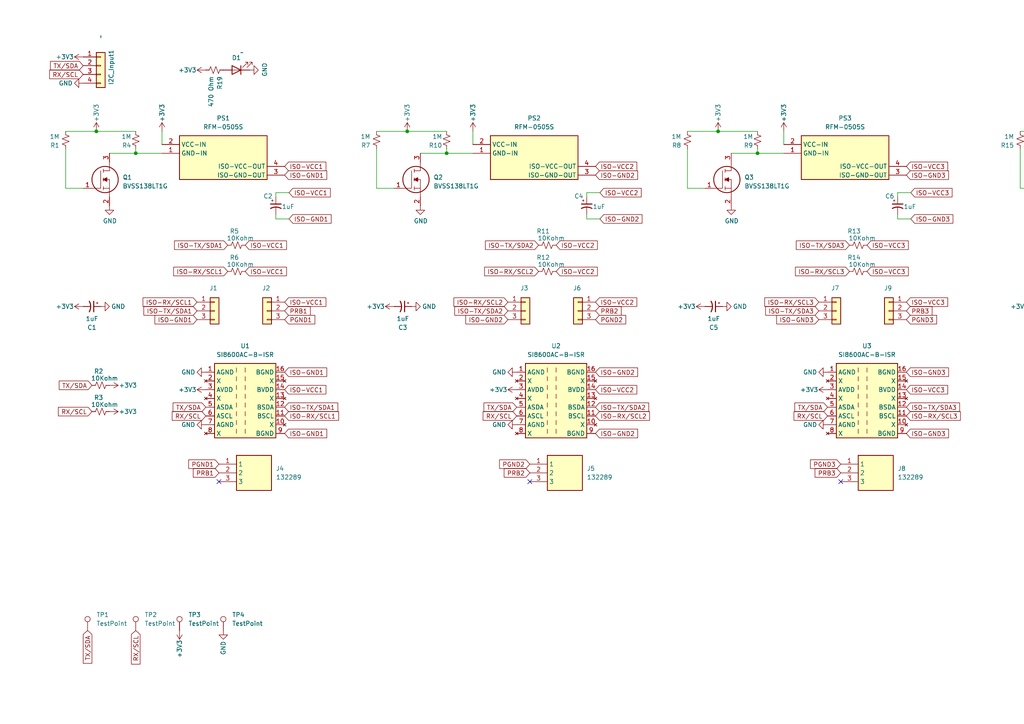
<source format=kicad_sch>
(kicad_sch (version 20250114) (generator "eeschema") (generator_version "9.0")
  (paper "A4")
  (lib_symbols
    (symbol "0_Custom_Libraries:132289"
      (property "Reference" "J" (at 16.51 7.62 0))
      (property "Value" "132289" (at 16.51 5.08 0))
      (symbol "132289_1_1"
        (pin passive line (at 0 0 0) (length 5.08) (name "1") (number "1"))
        (pin passive line (at 0 -2.54 0) (length 5.08) (name "2") (number "2"))
        (pin passive line (at 0 -5.08 0) (length 5.08) (name "3") (number "3"))
      )
    )
    (symbol "0_Custom_Libraries:BVSS138LT1G" (pin_names (offset 0.762))
      (property "Reference" "Q1" (at 11.43 3.1751 0))
      (property "Value" "BVSS138LT1G" (at 11.43 0.6351 0))
      (symbol "BVSS138LT1G_0_0"
        (pin passive line (at 0 0 0) (length 2.54) (name "~") (number "1"))
        (pin passive line (at 7.62 10.16 270) (length 2.54) (name "~") (number "3"))
        (pin passive line (at 7.62 -5.08 90) (length 2.54) (name "~") (number "2"))
      )
    )
    (symbol "0_Custom_Libraries:RFM-0505S"
      (property "Reference" "PS" (at -10.922 10.922 0))
      (property "Value" "RFM-0505S" (at -10.922 8.382 0))
      (symbol "RFM-0505S_1_1"
        (pin passive line (at -17.78 3.81 0) (length 5.08) (name "VCC-IN") (number "2"))
        (pin passive line (at -17.78 1.27 0) (length 5.08) (name "GND-IN") (number "1"))
        (pin passive line (at 17.78 -2.54 180) (length 5.08) (name "ISO-VCC-OUT") (number "4"))
        (pin passive line (at 17.78 -5.08 180) (length 5.08) (name "ISO-GND-OUT") (number "3"))
      )
    )
    (symbol "0_Custom_Libraries:SI8600AC-B-ISR"
      (property "Reference" "U" (at 0 15.875 0))
      (property "Value" "SI8600AC-B-ISR" (at 0 13.97 0))
      (symbol "SI8600AC-B-ISR_1_1"
        (pin power_in line (at -10.16 10.16 0) (length 2.54) (name "AGND") (number "1"))
        (pin no_connect line (at -10.16 7.62 0) (length 2.54) (name "X") (number "2"))
        (pin power_in line (at -10.16 5.08 0) (length 2.54) (name "AVDD") (number "3"))
        (pin no_connect line (at -10.16 2.54 0) (length 2.54) (name "X") (number "4"))
        (pin bidirectional line (at -10.16 0 0) (length 2.54) (name "ASDA") (number "5"))
        (pin bidirectional line (at -10.16 -2.54 0) (length 2.54) (name "ASCL") (number "6"))
        (pin power_in line (at -10.16 -5.08 0) (length 2.54) (name "AGND") (number "7"))
        (pin no_connect line (at -10.16 -7.62 0) (length 2.54) (name "X") (number "8"))
        (pin power_in line (at 12.7 10.16 180) (length 2.54) (name "BGND") (number "16"))
        (pin no_connect line (at 12.7 7.62 180) (length 2.54) (name "X") (number "15"))
        (pin power_in line (at 12.7 5.08 180) (length 2.54) (name "BVDD") (number "14"))
        (pin no_connect line (at 12.7 2.54 180) (length 2.54) (name "X") (number "13"))
        (pin bidirectional line (at 12.7 0 180) (length 2.54) (name "BSDA") (number "12"))
        (pin bidirectional line (at 12.7 -2.54 180) (length 2.54) (name "BSCL") (number "11"))
        (pin no_connect line (at 12.7 -5.08 180) (length 2.54) (name "X") (number "10"))
        (pin power_in line (at 12.7 -7.62 180) (length 2.54) (name "BGND") (number "9"))
      )
    )
    (symbol "Connector:TestPoint" (pin_numbers (hide yes)) (pin_names (offset 0.762) (hide yes))
      (property "Reference" "TP" (at 0 6.858 0))
      (property "Value" "TestPoint" (at 0 5.08 0))
      (symbol "TestPoint_1_1"
        (pin passive line (at 0 0 90) (length 2.54) (name "1") (number "1"))
      )
    )
    (symbol "Connector_Generic:Conn_01x03" (pin_names (offset 1.016) (hide yes))
      (property "Reference" "J" (at 0 5.08 0))
      (property "Value" "Conn_01x03" (at 0 -5.08 0))
      (symbol "Conn_01x03_1_1"
        (pin passive line (at -5.08 2.54 0) (length 3.81) (name "Pin_1") (number "1"))
        (pin passive line (at -5.08 0 0) (length 3.81) (name "Pin_2") (number "2"))
        (pin passive line (at -5.08 -2.54 0) (length 3.81) (name "Pin_3") (number "3"))
      )
    )
    (symbol "Connector_Generic:Conn_01x04" (pin_names (offset 1.016) (hide yes))
      (property "Reference" "J" (at 0 5.08 0))
      (property "Value" "Conn_01x04" (at 0 -7.62 0))
      (symbol "Conn_01x04_1_1"
        (pin passive line (at -5.08 2.54 0) (length 3.81) (name "Pin_1") (number "1"))
        (pin passive line (at -5.08 0 0) (length 3.81) (name "Pin_2") (number "2"))
        (pin passive line (at -5.08 -2.54 0) (length 3.81) (name "Pin_3") (number "3"))
        (pin passive line (at -5.08 -5.08 0) (length 3.81) (name "Pin_4") (number "4"))
      )
    )
    (symbol "Device:C_Polarized_Small_US" (pin_numbers (hide yes)) (pin_names (offset 0.254) (hide yes))
      (property "Reference" "C" (at 0.254 1.778 0))
      (property "Value" "C_Polarized_Small_US" (at 0.254 -2.032 0))
      (symbol "C_Polarized_Small_US_1_1"
        (pin passive line (at 0 2.54 270) (length 2.032) (name "~") (number "1"))
        (pin passive line (at 0 -2.54 90) (length 2.032) (name "~") (number "2"))
      )
    )
    (symbol "Device:LED" (pin_numbers (hide yes)) (pin_names (offset 1.016) (hide yes))
      (property "Reference" "D" (at 0 2.54 0))
      (property "Value" "LED" (at 0 -2.54 0))
      (symbol "LED_1_1"
        (pin passive line (at -3.81 0 0) (length 2.54) (name "K") (number "1"))
        (pin passive line (at 3.81 0 180) (length 2.54) (name "A") (number "2"))
      )
    )
    (symbol "Device:R_Small_US" (pin_numbers (hide yes)) (pin_names (offset 0.254) (hide yes))
      (property "Reference" "R" (at 0.762 0.508 0))
      (property "Value" "R_Small_US" (at 0.762 -1.016 0))
      (symbol "R_Small_US_1_1"
        (pin passive line (at 0 2.54 270) (length 1.016) (name "~") (number "1"))
        (pin passive line (at 0 -2.54 90) (length 1.016) (name "~") (number "2"))
      )
    )
    (symbol "power:+3.3V" (power) (pin_names (offset 0))
      (property "Value" "+3.3V" (at 0 3.556 0))
      (symbol "+3.3V_1_1"
        (pin power_in line (at 0 0 90) (length 0) (hide yes) (name "+3V3") (number "1"))
      )
    )
    (symbol "power:GND" (power) (pin_names (offset 0))
      (property "Value" "GND" (at 0 -3.81 0))
      (symbol "GND_1_1"
        (pin power_in line (at 0 0 270) (length 0) (hide yes) (name "GND") (number "1"))
      )
    )
  )
  (junction (at 219.71 44.45))
  (junction (at 129.54 44.45))
  (junction (at 118.11 38.1))
  (junction (at 27.94 38.1))
  (junction (at 316.23 44.45))
  (junction (at 304.8 38.1))
  (junction (at 39.37 44.45))
  (junction (at 208.28 38.1))
  (no_connect (at 63.5 139.7))
  (no_connect (at 243.84 139.7))
  (no_connect (at 153.67 139.7))
  (no_connect (at 340.36 139.7))
  (wire (pts (xy 356.87 55.88) (xy 360.68 55.88)))
  (wire (pts (xy 170.18 62.23) (xy 170.18 63.5)))
  (wire (pts (xy 19.05 54.61) (xy 24.13 54.61)))
  (wire (pts (xy 80.01 62.23) (xy 80.01 63.5)))
  (wire (pts (xy 39.37 44.45) (xy 46.99 44.45)))
  (wire (pts (xy 260.35 57.15) (xy 260.35 55.88)))
  (wire (pts (xy 31.75 44.45) (xy 39.37 44.45)))
  (wire (pts (xy 316.23 43.18) (xy 316.23 44.45)))
  (wire (pts (xy 109.22 38.1) (xy 118.11 38.1)))
  (wire (pts (xy 356.87 62.23) (xy 356.87 63.5)))
  (wire (pts (xy 170.18 63.5) (xy 173.99 63.5)))
  (wire (pts (xy 121.92 44.45) (xy 129.54 44.45)))
  (wire (pts (xy 170.18 55.88) (xy 173.99 55.88)))
  (wire (pts (xy 295.91 54.61) (xy 300.99 54.61)))
  (wire (pts (xy 323.85 38.1) (xy 323.85 41.91)))
  (wire (pts (xy 260.35 62.23) (xy 260.35 63.5)))
  (wire (pts (xy 295.91 38.1) (xy 304.8 38.1)))
  (wire (pts (xy 118.11 38.1) (xy 129.54 38.1)))
  (wire (pts (xy 304.8 38.1) (xy 316.23 38.1)))
  (wire (pts (xy 316.23 44.45) (xy 323.85 44.45)))
  (wire (pts (xy 227.33 38.1) (xy 227.33 41.91)))
  (wire (pts (xy 295.91 43.18) (xy 295.91 54.61)))
  (wire (pts (xy 137.16 38.1) (xy 137.16 41.91)))
  (wire (pts (xy 212.09 44.45) (xy 219.71 44.45)))
  (wire (pts (xy 19.05 43.18) (xy 19.05 54.61)))
  (wire (pts (xy 356.87 57.15) (xy 356.87 55.88)))
  (wire (pts (xy 308.61 44.45) (xy 316.23 44.45)))
  (wire (pts (xy 80.01 57.15) (xy 80.01 55.88)))
  (wire (pts (xy 199.39 54.61) (xy 204.47 54.61)))
  (wire (pts (xy 109.22 54.61) (xy 114.3 54.61)))
  (wire (pts (xy 208.28 38.1) (xy 219.71 38.1)))
  (wire (pts (xy 260.35 55.88) (xy 264.16 55.88)))
  (wire (pts (xy 19.05 38.1) (xy 27.94 38.1)))
  (wire (pts (xy 219.71 43.18) (xy 219.71 44.45)))
  (wire (pts (xy 356.87 63.5) (xy 360.68 63.5)))
  (wire (pts (xy 129.54 44.45) (xy 137.16 44.45)))
  (wire (pts (xy 46.99 38.1) (xy 46.99 41.91)))
  (wire (pts (xy 80.01 55.88) (xy 83.82 55.88)))
  (wire (pts (xy 80.01 63.5) (xy 83.82 63.5)))
  (wire (pts (xy 39.37 43.18) (xy 39.37 44.45)))
  (wire (pts (xy 170.18 57.15) (xy 170.18 55.88)))
  (wire (pts (xy 27.94 38.1) (xy 39.37 38.1)))
  (wire (pts (xy 129.54 43.18) (xy 129.54 44.45)))
  (wire (pts (xy 109.22 43.18) (xy 109.22 54.61)))
  (wire (pts (xy 199.39 38.1) (xy 208.28 38.1)))
  (wire (pts (xy 260.35 63.5) (xy 264.16 63.5)))
  (wire (pts (xy 199.39 43.18) (xy 199.39 54.61)))
  (wire (pts (xy 219.71 44.45) (xy 227.33 44.45)))
  (global_label "ISO-TX{slash}SDA2" (shape input) (at 156.21 71.12 180) (property "Intersheetrefs" "${INTERSHEET_REFS}" (effects (hide yes))))
  (global_label "ISO-RX{slash}SCL2" (shape input) (at 147.32 87.63 180) (property "Intersheetrefs" "${INTERSHEET_REFS}" (effects (hide yes))))
  (global_label "RX{slash}SCL" (shape input) (at 24.13 21.59 180) (property "Intersheetrefs" "${INTERSHEET_REFS}" (effects (hide yes))))
  (global_label "ISO-GND4" (shape input) (at 360.68 63.5 0) (property "Intersheetrefs" "${INTERSHEET_REFS}" (effects (hide yes))))
  (global_label "RX{slash}SCL" (shape input) (at 39.37 182.88 270) (property "Intersheetrefs" "${INTERSHEET_REFS}" (effects (hide yes))))
  (global_label "PRB3" (shape input) (at 262.89 90.17 0) (property "Intersheetrefs" "${INTERSHEET_REFS}" (effects (hide yes))))
  (global_label "ISO-RX{slash}SCL4" (shape input) (at 359.41 120.65 0) (property "Intersheetrefs" "${INTERSHEET_REFS}" (effects (hide yes))))
  (global_label "ISO-GND1" (shape input) (at 82.55 125.73 0) (property "Intersheetrefs" "${INTERSHEET_REFS}" (effects (hide yes))))
  (global_label "ISO-RX{slash}SCL3" (shape input) (at 246.38 78.74 180) (property "Intersheetrefs" "${INTERSHEET_REFS}" (effects (hide yes))))
  (global_label "ISO-TX{slash}SDA3" (shape input) (at 246.38 71.12 180) (property "Intersheetrefs" "${INTERSHEET_REFS}" (effects (hide yes))))
  (global_label "ISO-VCC4" (shape input) (at 360.68 55.88 0) (property "Intersheetrefs" "${INTERSHEET_REFS}" (effects (hide yes))))
  (global_label "ISO-GND2" (shape input) (at 172.72 125.73 0) (property "Intersheetrefs" "${INTERSHEET_REFS}" (effects (hide yes))))
  (global_label "ISO-TX{slash}SDA3" (shape input) (at 262.89 118.11 0) (property "Intersheetrefs" "${INTERSHEET_REFS}" (effects (hide yes))))
  (global_label "PGND2" (shape input) (at 153.67 134.62 180) (property "Intersheetrefs" "${INTERSHEET_REFS}" (effects (hide yes))))
  (global_label "ISO-VCC3" (shape input) (at 264.16 55.88 0) (property "Intersheetrefs" "${INTERSHEET_REFS}" (effects (hide yes))))
  (global_label "PGND3" (shape input) (at 243.84 134.62 180) (property "Intersheetrefs" "${INTERSHEET_REFS}" (effects (hide yes))))
  (global_label "ISO-VCC3" (shape input) (at 251.46 78.74 0) (property "Intersheetrefs" "${INTERSHEET_REFS}" (effects (hide yes))))
  (global_label "ISO-GND3" (shape input) (at 264.16 63.5 0) (property "Intersheetrefs" "${INTERSHEET_REFS}" (effects (hide yes))))
  (global_label "RX{slash}SCL" (shape input) (at 59.69 120.65 180) (property "Intersheetrefs" "${INTERSHEET_REFS}" (effects (hide yes))))
  (global_label "ISO-VCC2" (shape input) (at 173.99 55.88 0) (property "Intersheetrefs" "${INTERSHEET_REFS}" (effects (hide yes))))
  (global_label "ISO-VCC3" (shape input) (at 251.46 71.12 0) (property "Intersheetrefs" "${INTERSHEET_REFS}" (effects (hide yes))))
  (global_label "ISO-TX{slash}SDA3" (shape input) (at 237.49 90.17 180) (property "Intersheetrefs" "${INTERSHEET_REFS}" (effects (hide yes))))
  (global_label "RX{slash}SCL" (shape input) (at 336.55 120.65 180) (property "Intersheetrefs" "${INTERSHEET_REFS}" (effects (hide yes))))
  (global_label "ISO-VCC4" (shape input) (at 359.41 87.63 0) (property "Intersheetrefs" "${INTERSHEET_REFS}" (effects (hide yes))))
  (global_label "RX{slash}SCL" (shape input) (at 26.67 119.38 180) (property "Intersheetrefs" "${INTERSHEET_REFS}" (effects (hide yes))))
  (global_label "PRB2" (shape input) (at 153.67 137.16 180) (property "Intersheetrefs" "${INTERSHEET_REFS}" (effects (hide yes))))
  (global_label "TX{slash}SDA" (shape input) (at 240.03 118.11 180) (property "Intersheetrefs" "${INTERSHEET_REFS}" (effects (hide yes))))
  (global_label "ISO-RX{slash}SCL1" (shape input) (at 82.55 120.65 0) (property "Intersheetrefs" "${INTERSHEET_REFS}" (effects (hide yes))))
  (global_label "ISO-VCC4" (shape input) (at 359.41 113.03 0) (property "Intersheetrefs" "${INTERSHEET_REFS}" (effects (hide yes))))
  (global_label "ISO-TX{slash}SDA1" (shape input) (at 82.55 118.11 0) (property "Intersheetrefs" "${INTERSHEET_REFS}" (effects (hide yes))))
  (global_label "PGND1" (shape input) (at 63.5 134.62 180) (property "Intersheetrefs" "${INTERSHEET_REFS}" (effects (hide yes))))
  (global_label "ISO-GND4" (shape input) (at 359.41 107.95 0) (property "Intersheetrefs" "${INTERSHEET_REFS}" (effects (hide yes))))
  (global_label "ISO-GND2" (shape input) (at 172.72 107.95 0) (property "Intersheetrefs" "${INTERSHEET_REFS}" (effects (hide yes))))
  (global_label "ISO-VCC1" (shape input) (at 82.55 48.26 0) (property "Intersheetrefs" "${INTERSHEET_REFS}" (effects (hide yes))))
  (global_label "ISO-TX{slash}SDA4" (shape input) (at 359.41 118.11 0) (property "Intersheetrefs" "${INTERSHEET_REFS}" (effects (hide yes))))
  (global_label "ISO-GND1" (shape input) (at 82.55 107.95 0) (property "Intersheetrefs" "${INTERSHEET_REFS}" (effects (hide yes))))
  (global_label "PGND4" (shape input) (at 359.41 92.71 0) (property "Intersheetrefs" "${INTERSHEET_REFS}" (effects (hide yes))))
  (global_label "ISO-VCC2" (shape input) (at 172.72 87.63 0) (property "Intersheetrefs" "${INTERSHEET_REFS}" (effects (hide yes))))
  (global_label "ISO-TX{slash}SDA1" (shape input) (at 57.15 90.17 180) (property "Intersheetrefs" "${INTERSHEET_REFS}" (effects (hide yes))))
  (global_label "PRB2" (shape input) (at 172.72 90.17 0) (property "Intersheetrefs" "${INTERSHEET_REFS}" (effects (hide yes))))
  (global_label "PRB4" (shape input) (at 340.36 137.16 180) (property "Intersheetrefs" "${INTERSHEET_REFS}" (effects (hide yes))))
  (global_label "PRB4" (shape input) (at 359.41 90.17 0) (property "Intersheetrefs" "${INTERSHEET_REFS}" (effects (hide yes))))
  (global_label "PRB1" (shape input) (at 82.55 90.17 0) (property "Intersheetrefs" "${INTERSHEET_REFS}" (effects (hide yes))))
  (global_label "ISO-VCC1" (shape input) (at 82.55 87.63 0) (property "Intersheetrefs" "${INTERSHEET_REFS}" (effects (hide yes))))
  (global_label "ISO-GND2" (shape input) (at 172.72 50.8 0) (property "Intersheetrefs" "${INTERSHEET_REFS}" (effects (hide yes))))
  (global_label "ISO-GND3" (shape input) (at 237.49 92.71 180) (property "Intersheetrefs" "${INTERSHEET_REFS}" (effects (hide yes))))
  (global_label "ISO-RX{slash}SCL2" (shape input) (at 156.21 78.74 180) (property "Intersheetrefs" "${INTERSHEET_REFS}" (effects (hide yes))))
  (global_label "ISO-VCC2" (shape input) (at 172.72 113.03 0) (property "Intersheetrefs" "${INTERSHEET_REFS}" (effects (hide yes))))
  (global_label "ISO-VCC3" (shape input) (at 262.89 87.63 0) (property "Intersheetrefs" "${INTERSHEET_REFS}" (effects (hide yes))))
  (global_label "ISO-GND2" (shape input) (at 147.32 92.71 180) (property "Intersheetrefs" "${INTERSHEET_REFS}" (effects (hide yes))))
  (global_label "PRB1" (shape input) (at 63.5 137.16 180) (property "Intersheetrefs" "${INTERSHEET_REFS}" (effects (hide yes))))
  (global_label "TX{slash}SDA" (shape input) (at 26.67 111.76 180) (property "Intersheetrefs" "${INTERSHEET_REFS}" (effects (hide yes))))
  (global_label "PGND4" (shape input) (at 340.36 134.62 180) (property "Intersheetrefs" "${INTERSHEET_REFS}" (effects (hide yes))))
  (global_label "ISO-TX{slash}SDA2" (shape input) (at 172.72 118.11 0) (property "Intersheetrefs" "${INTERSHEET_REFS}" (effects (hide yes))))
  (global_label "ISO-VCC1" (shape input) (at 82.55 113.03 0) (property "Intersheetrefs" "${INTERSHEET_REFS}" (effects (hide yes))))
  (global_label "PGND2" (shape input) (at 172.72 92.71 0) (property "Intersheetrefs" "${INTERSHEET_REFS}" (effects (hide yes))))
  (global_label "TX{slash}SDA" (shape input) (at 149.86 118.11 180) (property "Intersheetrefs" "${INTERSHEET_REFS}" (effects (hide yes))))
  (global_label "ISO-RX{slash}SCL3" (shape input) (at 262.89 120.65 0) (property "Intersheetrefs" "${INTERSHEET_REFS}" (effects (hide yes))))
  (global_label "ISO-RX{slash}SCL1" (shape input) (at 66.04 78.74 180) (property "Intersheetrefs" "${INTERSHEET_REFS}" (effects (hide yes))))
  (global_label "ISO-RX{slash}SCL2" (shape input) (at 172.72 120.65 0) (property "Intersheetrefs" "${INTERSHEET_REFS}" (effects (hide yes))))
  (global_label "PRB3" (shape input) (at 243.84 137.16 180) (property "Intersheetrefs" "${INTERSHEET_REFS}" (effects (hide yes))))
  (global_label "ISO-GND1" (shape input) (at 83.82 63.5 0) (property "Intersheetrefs" "${INTERSHEET_REFS}" (effects (hide yes))))
  (global_label "ISO-RX{slash}SCL1" (shape input) (at 57.15 87.63 180) (property "Intersheetrefs" "${INTERSHEET_REFS}" (effects (hide yes))))
  (global_label "ISO-TX{slash}SDA4" (shape input) (at 334.01 90.17 180) (property "Intersheetrefs" "${INTERSHEET_REFS}" (effects (hide yes))))
  (global_label "TX{slash}SDA" (shape input) (at 336.55 118.11 180) (property "Intersheetrefs" "${INTERSHEET_REFS}" (effects (hide yes))))
  (global_label "ISO-VCC4" (shape input) (at 347.98 71.12 0) (property "Intersheetrefs" "${INTERSHEET_REFS}" (effects (hide yes))))
  (global_label "ISO-RX{slash}SCL4" (shape input) (at 334.01 87.63 180) (property "Intersheetrefs" "${INTERSHEET_REFS}" (effects (hide yes))))
  (global_label "ISO-GND1" (shape input) (at 57.15 92.71 180) (property "Intersheetrefs" "${INTERSHEET_REFS}" (effects (hide yes))))
  (global_label "ISO-GND2" (shape input) (at 173.99 63.5 0) (property "Intersheetrefs" "${INTERSHEET_REFS}" (effects (hide yes))))
  (global_label "ISO-TX{slash}SDA4" (shape input) (at 342.9 71.12 180) (property "Intersheetrefs" "${INTERSHEET_REFS}" (effects (hide yes))))
  (global_label "ISO-GND1" (shape input) (at 82.55 50.8 0) (property "Intersheetrefs" "${INTERSHEET_REFS}" (effects (hide yes))))
  (global_label "TX{slash}SDA" (shape input) (at 59.69 118.11 180) (property "Intersheetrefs" "${INTERSHEET_REFS}" (effects (hide yes))))
  (global_label "ISO-TX{slash}SDA2" (shape input) (at 147.32 90.17 180) (property "Intersheetrefs" "${INTERSHEET_REFS}" (effects (hide yes))))
  (global_label "ISO-GND4" (shape input) (at 359.41 125.73 0) (property "Intersheetrefs" "${INTERSHEET_REFS}" (effects (hide yes))))
  (global_label "TX{slash}SDA" (shape input) (at 25.4 182.88 270) (property "Intersheetrefs" "${INTERSHEET_REFS}" (effects (hide yes))))
  (global_label "ISO-TX{slash}SDA1" (shape input) (at 66.04 71.12 180) (property "Intersheetrefs" "${INTERSHEET_REFS}" (effects (hide yes))))
  (global_label "ISO-VCC1" (shape input) (at 71.12 78.74 0) (property "Intersheetrefs" "${INTERSHEET_REFS}" (effects (hide yes))))
  (global_label "ISO-VCC4" (shape input) (at 347.98 78.74 0) (property "Intersheetrefs" "${INTERSHEET_REFS}" (effects (hide yes))))
  (global_label "RX{slash}SCL" (shape input) (at 240.03 120.65 180) (property "Intersheetrefs" "${INTERSHEET_REFS}" (effects (hide yes))))
  (global_label "ISO-GND3" (shape input) (at 262.89 107.95 0) (property "Intersheetrefs" "${INTERSHEET_REFS}" (effects (hide yes))))
  (global_label "ISO-RX{slash}SCL4" (shape input) (at 342.9 78.74 180) (property "Intersheetrefs" "${INTERSHEET_REFS}" (effects (hide yes))))
  (global_label "ISO-VCC1" (shape input) (at 83.82 55.88 0) (property "Intersheetrefs" "${INTERSHEET_REFS}" (effects (hide yes))))
  (global_label "ISO-GND4" (shape input) (at 334.01 92.71 180) (property "Intersheetrefs" "${INTERSHEET_REFS}" (effects (hide yes))))
  (global_label "ISO-GND3" (shape input) (at 262.89 125.73 0) (property "Intersheetrefs" "${INTERSHEET_REFS}" (effects (hide yes))))
  (global_label "ISO-GND3" (shape input) (at 262.89 50.8 0) (property "Intersheetrefs" "${INTERSHEET_REFS}" (effects (hide yes))))
  (global_label "ISO-VCC2" (shape input) (at 172.72 48.26 0) (property "Intersheetrefs" "${INTERSHEET_REFS}" (effects (hide yes))))
  (global_label "ISO-VCC4" (shape input) (at 359.41 48.26 0) (property "Intersheetrefs" "${INTERSHEET_REFS}" (effects (hide yes))))
  (global_label "ISO-VCC2" (shape input) (at 161.29 78.74 0) (property "Intersheetrefs" "${INTERSHEET_REFS}" (effects (hide yes))))
  (global_label "PGND3" (shape input) (at 262.89 92.71 0) (property "Intersheetrefs" "${INTERSHEET_REFS}" (effects (hide yes))))
  (global_label "ISO-VCC2" (shape input) (at 161.29 71.12 0) (property "Intersheetrefs" "${INTERSHEET_REFS}" (effects (hide yes))))
  (global_label "RX{slash}SCL" (shape input) (at 149.86 120.65 180) (property "Intersheetrefs" "${INTERSHEET_REFS}" (effects (hide yes))))
  (global_label "ISO-RX{slash}SCL3" (shape input) (at 237.49 87.63 180) (property "Intersheetrefs" "${INTERSHEET_REFS}" (effects (hide yes))))
  (global_label "ISO-VCC1" (shape input) (at 71.12 71.12 0) (property "Intersheetrefs" "${INTERSHEET_REFS}" (effects (hide yes))))
  (global_label "ISO-GND4" (shape input) (at 359.41 50.8 0) (property "Intersheetrefs" "${INTERSHEET_REFS}" (effects (hide yes))))
  (global_label "ISO-VCC3" (shape input) (at 262.89 113.03 0) (property "Intersheetrefs" "${INTERSHEET_REFS}" (effects (hide yes))))
  (global_label "TX{slash}SDA" (shape input) (at 24.13 19.05 180) (property "Intersheetrefs" "${INTERSHEET_REFS}" (effects (hide yes))))
  (global_label "PGND1" (shape input) (at 82.55 92.71 0) (property "Intersheetrefs" "${INTERSHEET_REFS}" (effects (hide yes))))
  (global_label "ISO-VCC3" (shape input) (at 262.89 48.26 0) (property "Intersheetrefs" "${INTERSHEET_REFS}" (effects (hide yes))))
  (symbol (lib_id "0_Custom_Libraries:132289") (at 153.67 134.62 0) (unit 1)
    (property "Reference" "J5" (at 170.18 135.8899 0) (effects (justify left)))
    (property "Value" "132289" (at 170.18 138.4299 0) (effects (justify left)))
    (property "Footprint" "0_Custom-Library:LIB_132289" (effects (hide yes)))
    (property "Datasheet" "https://datasheet.datasheetarchive.com/originals/distributors/Datasheets-DGA15/760467.pdf" (effects (hide yes)))
    (property "Description" "connector,rf coaxial,sma straight bulkhead end launch receptacle,pcb mount" (effects (hide yes)))
    (property "Height" "12.7" (effects (hide yes)))
    (property "Mouser Part Number" "523-132289" (effects (hide yes)))
    (property "Mouser Price/Stock" "https://www.mouser.co.uk/ProductDetail/Amphenol-RF/132289?qs=nhkRCwpTkeb9ti20UXE5Cg%3D%3D" (effects (hide yes)))
    (property "Manufacturer_Name" "Amphenol" (effects (hide yes)))
    (property "Manufacturer_Part_Number" "132289" (effects (hide yes)))
  )
  (symbol (lib_id "power:GND") (at 64.77 182.88 0) (unit 1)
    (property "Reference" "#PWR040" (effects (hide yes)))
    (property "Value" "GND" (at 64.77 187.96 90))
  )
  (symbol (lib_id "Connector:TestPoint") (at 52.07 182.88 0) (unit 1)
    (property "Reference" "TP3" (at 54.61 178.3079 0) (effects (justify left)))
    (property "Value" "TestPoint" (at 54.61 180.8479 0) (effects (justify left)))
    (property "Footprint" "TestPoint:TestPoint_Loop_D2.54mm_Drill1.5mm_Beaded" (effects (hide yes)))
    (property "Description" "test point" (effects (hide yes)))
  )
  (symbol (lib_id "power:+3.3V") (at 304.8 38.1 0) (unit 1)
    (property "Reference" "#PWR030" (effects (hide yes)))
    (property "Value" "+3V3" (at 304.8 32.766 90))
  )
  (symbol (lib_id "power:GND") (at 121.92 59.69 0) (unit 1)
    (property "Reference" "#PWR017" (effects (hide yes)))
    (property "Value" "GND" (at 122.047 64.0842 0))
  )
  (symbol (lib_id "Device:R_Small_US") (at 39.37 40.64 180) (unit 1)
    (property "Reference" "R4" (at 38.1 42.164 0) (effects (justify left)))
    (property "Value" "1M" (at 38.1 39.624 0) (effects (justify left)))
    (property "Footprint" "Resistor_SMD:R_1206_3216Metric_Pad1.30x1.75mm_HandSolder" (effects (hide yes)))
  )
  (symbol (lib_id "power:+3.3V") (at 24.13 88.9 90) (unit 1)
    (property "Reference" "#PWR01" (effects (hide yes)))
    (property "Value" "+3V3" (at 18.796 88.9 90))
  )
  (symbol (lib_id "Device:R_Small_US") (at 158.75 71.12 90) (unit 1)
    (property "Reference" "R11" (at 159.512 67.056 90) (effects (justify left)))
    (property "Value" "10Kohm" (at 163.83 69.088 90) (effects (justify left)))
    (property "Footprint" "Resistor_SMD:R_1206_3216Metric_Pad1.30x1.75mm_HandSolder" (effects (hide yes)))
  )
  (symbol (lib_id "0_Custom_Libraries:RFM-0505S") (at 154.94 45.72 0) (unit 1)
    (property "Reference" "PS2" (at 154.94 34.29 0))
    (property "Value" "RFM-0505S" (at 154.94 36.83 0))
    (property "Footprint" "0_Custom-Library:LIB_RFM-0505S" (effects (hide yes)))
    (property "Datasheet" "https://www.recom-power.com/pdf/Econoline/RFM.pdf" (effects (hide yes)))
    (property "Description" "RECOM POWER - RFM-0505S - DC-DC CONVERTER, 5V, 0.2A" (effects (hide yes)))
    (property "Height" "10.5" (effects (hide yes)))
    (property "Mouser Part Number" "919-RFM-0505S" (effects (hide yes)))
    (property "Mouser Price/Stock" "https://www.mouser.co.uk/ProductDetail/RECOM-Power/RFM-0505S?qs=lYGu3FyN48dRVYKTH5ipqg%3D%3D" (effects (hide yes)))
    (property "Manufacturer_Name" "RECOM Power" (effects (hide yes)))
    (property "Manufacturer_Part_Number" "RFM-0505S" (effects (hide yes)))
  )
  (symbol (lib_id "Connector_Generic:Conn_01x04") (at 29.21 19.05 0) (unit 1)
    (property "Reference" "I2C_Input1" (at 32.258 24.638 90) (effects (justify left)))
    (property "Value" "~" (at 29.21 11.176 90) (effects (justify left)))
    (property "Footprint" "Connector_JST:JST_XH_S4B-XH-A_1x04_P2.50mm_Horizontal" (effects (hide yes)))
    (property "Description" "Generic connector, single row, 01x04, script generated (kicad-library-utils/schlib/autogen/connector/)" (effects (hide yes)))
  )
  (symbol (lib_id "power:GND") (at 212.09 59.69 0) (unit 1)
    (property "Reference" "#PWR024" (effects (hide yes)))
    (property "Value" "GND" (at 212.217 64.0842 0))
  )
  (symbol (lib_id "Device:C_Polarized_Small_US") (at 207.01 88.9 270) (unit 1)
    (property "Reference" "C5" (at 207.01 94.996 90))
    (property "Value" "1uF" (at 207.01 92.456 90))
    (property "Footprint" "Capacitor_SMD:C_1206_3216Metric_Pad1.33x1.80mm_HandSolder" (effects (hide yes)))
  )
  (symbol (lib_id "Device:C_Polarized_Small_US") (at 116.84 88.9 270) (unit 1)
    (property "Reference" "C3" (at 116.84 94.996 90))
    (property "Value" "1uF" (at 116.84 92.456 90))
    (property "Footprint" "Capacitor_SMD:C_1206_3216Metric_Pad1.33x1.80mm_HandSolder" (effects (hide yes)))
  )
  (symbol (lib_id "Device:R_Small_US") (at 345.44 71.12 90) (unit 1)
    (property "Reference" "R17" (at 346.202 67.056 90) (effects (justify left)))
    (property "Value" "10Kohm" (at 350.52 69.088 90) (effects (justify left)))
    (property "Footprint" "Resistor_SMD:R_1206_3216Metric_Pad1.30x1.75mm_HandSolder" (effects (hide yes)))
  )
  (symbol (lib_id "Connector_Generic:Conn_01x03") (at 242.57 90.17 0) (unit 1)
    (property "Reference" "J7" (at 241.046 83.566 0) (effects (justify left)))
    (property "Value" "Conn_01x03" (effects (hide yes)))
    (property "Footprint" "Connector_PinHeader_2.54mm:PinHeader_1x03_P2.54mm_Vertical" (effects (hide yes)))
  )
  (symbol (lib_id "power:+3.3V") (at 114.3 88.9 90) (unit 1)
    (property "Reference" "#PWR02" (effects (hide yes)))
    (property "Value" "+3V3" (at 108.966 88.9 90))
  )
  (symbol (lib_id "Device:R_Small_US") (at 158.75 78.74 90) (unit 1)
    (property "Reference" "R12" (at 159.512 74.676 90) (effects (justify left)))
    (property "Value" "10Kohm" (at 163.83 76.708 90) (effects (justify left)))
    (property "Footprint" "Resistor_SMD:R_1206_3216Metric_Pad1.30x1.75mm_HandSolder" (effects (hide yes)))
  )
  (symbol (lib_id "Device:C_Polarized_Small_US") (at 260.35 59.69 0) (unit 1)
    (property "Reference" "C6" (at 258.064 56.896 0))
    (property "Value" "1uF" (at 263.906 59.944 0))
    (property "Footprint" "Capacitor_SMD:C_1206_3216Metric_Pad1.33x1.80mm_HandSolder" (effects (hide yes)))
  )
  (symbol (lib_id "Device:R_Small_US") (at 248.92 78.74 90) (unit 1)
    (property "Reference" "R14" (at 249.682 74.676 90) (effects (justify left)))
    (property "Value" "10Kohm" (at 254 76.708 90) (effects (justify left)))
    (property "Footprint" "Resistor_SMD:R_1206_3216Metric_Pad1.30x1.75mm_HandSolder" (effects (hide yes)))
  )
  (symbol (lib_id "Connector:TestPoint") (at 25.4 182.88 0) (unit 1)
    (property "Reference" "TP1" (at 27.94 178.3079 0) (effects (justify left)))
    (property "Value" "TestPoint" (at 27.94 180.8479 0) (effects (justify left)))
    (property "Footprint" "TestPoint:TestPoint_Loop_D2.54mm_Drill1.5mm_Beaded" (effects (hide yes)))
    (property "Description" "test point" (effects (hide yes)))
  )
  (symbol (lib_id "Connector_Generic:Conn_01x03") (at 339.09 90.17 0) (unit 1)
    (property "Reference" "J10" (at 337.566 83.566 0) (effects (justify left)))
    (property "Value" "Conn_01x03" (effects (hide yes)))
    (property "Footprint" "Connector_PinHeader_2.54mm:PinHeader_1x03_P2.54mm_Vertical" (effects (hide yes)))
  )
  (symbol (lib_id "power:GND") (at 59.69 107.95 270) (unit 1)
    (property "Reference" "#PWR012" (effects (hide yes)))
    (property "Value" "GND" (at 54.61 107.95 90))
  )
  (symbol (lib_id "power:GND") (at 306.07 88.9 90) (unit 1)
    (property "Reference" "#PWR031" (effects (hide yes)))
    (property "Value" "GND" (at 311.15 88.9 90))
  )
  (symbol (lib_id "Device:C_Polarized_Small_US") (at 80.01 59.69 0) (unit 1)
    (property "Reference" "C2" (at 77.724 56.896 0))
    (property "Value" "1uF" (at 83.566 59.944 0))
    (property "Footprint" "Capacitor_SMD:C_1206_3216Metric_Pad1.33x1.80mm_HandSolder" (effects (hide yes)))
  )
  (symbol (lib_id "power:GND") (at 59.69 123.19 270) (unit 1)
    (property "Reference" "#PWR014" (effects (hide yes)))
    (property "Value" "GND" (at 54.61 123.19 90))
  )
  (symbol (lib_id "power:GND") (at 240.03 107.95 270) (unit 1)
    (property "Reference" "#PWR026" (effects (hide yes)))
    (property "Value" "GND" (at 234.95 107.95 90))
  )
  (symbol (lib_id "Connector_Generic:Conn_01x03") (at 257.81 90.17 0) (mirror y) (unit 1)
    (property "Reference" "J9" (at 257.556 83.566 0))
    (property "Value" "Conn_01x03" (effects (hide yes)))
    (property "Footprint" "Connector_PinHeader_2.54mm:PinHeader_1x03_P2.54mm_Vertical" (effects (hide yes)))
  )
  (symbol (lib_id "0_Custom_Libraries:132289") (at 243.84 134.62 0) (unit 1)
    (property "Reference" "J8" (at 260.35 135.8899 0) (effects (justify left)))
    (property "Value" "132289" (at 260.35 138.4299 0) (effects (justify left)))
    (property "Footprint" "0_Custom-Library:LIB_132289" (effects (hide yes)))
    (property "Datasheet" "https://datasheet.datasheetarchive.com/originals/distributors/Datasheets-DGA15/760467.pdf" (effects (hide yes)))
    (property "Description" "connector,rf coaxial,sma straight bulkhead end launch receptacle,pcb mount" (effects (hide yes)))
    (property "Height" "12.7" (effects (hide yes)))
    (property "Mouser Part Number" "523-132289" (effects (hide yes)))
    (property "Mouser Price/Stock" "https://www.mouser.co.uk/ProductDetail/Amphenol-RF/132289?qs=nhkRCwpTkeb9ti20UXE5Cg%3D%3D" (effects (hide yes)))
    (property "Manufacturer_Name" "Amphenol" (effects (hide yes)))
    (property "Manufacturer_Part_Number" "132289" (effects (hide yes)))
  )
  (symbol (lib_id "Device:R_Small_US") (at 345.44 78.74 90) (unit 1)
    (property "Reference" "R18" (at 346.202 74.676 90) (effects (justify left)))
    (property "Value" "10Kohm" (at 350.52 76.708 90) (effects (justify left)))
    (property "Footprint" "Resistor_SMD:R_1206_3216Metric_Pad1.30x1.75mm_HandSolder" (effects (hide yes)))
  )
  (symbol (lib_id "0_Custom_Libraries:RFM-0505S") (at 64.77 45.72 0) (unit 1)
    (property "Reference" "PS1" (at 64.77 34.29 0))
    (property "Value" "RFM-0505S" (at 64.77 36.83 0))
    (property "Footprint" "0_Custom-Library:LIB_RFM-0505S" (effects (hide yes)))
    (property "Datasheet" "https://www.recom-power.com/pdf/Econoline/RFM.pdf" (effects (hide yes)))
    (property "Description" "RECOM POWER - RFM-0505S - DC-DC CONVERTER, 5V, 0.2A" (effects (hide yes)))
    (property "Height" "10.5" (effects (hide yes)))
    (property "Mouser Part Number" "919-RFM-0505S" (effects (hide yes)))
    (property "Mouser Price/Stock" "https://www.mouser.co.uk/ProductDetail/RECOM-Power/RFM-0505S?qs=lYGu3FyN48dRVYKTH5ipqg%3D%3D" (effects (hide yes)))
    (property "Manufacturer_Name" "RECOM Power" (effects (hide yes)))
    (property "Manufacturer_Part_Number" "RFM-0505S" (effects (hide yes)))
  )
  (symbol (lib_id "power:+3.3V") (at 27.94 38.1 0) (unit 1)
    (property "Reference" "#PWR04" (effects (hide yes)))
    (property "Value" "+3V3" (at 27.94 32.766 90))
  )
  (symbol (lib_id "power:+3.3V") (at 31.75 119.38 270) (unit 1)
    (property "Reference" "#PWR07" (effects (hide yes)))
    (property "Value" "+3V3" (at 37.084 119.38 90))
  )
  (symbol (lib_id "power:+3.3V") (at 24.13 16.51 90) (unit 1)
    (property "Reference" "#PWR010" (effects (hide yes)))
    (property "Value" "+3V3" (at 18.796 16.51 90))
  )
  (symbol (lib_id "0_Custom_Libraries:BVSS138LT1G") (at 114.3 54.61 0) (unit 1)
    (property "Reference" "Q2" (at 125.73 51.4349 0) (effects (justify left)))
    (property "Value" "BVSS138LT1G" (at 125.73 53.9749 0) (effects (justify left)))
    (property "Footprint" "0_Custom-Library:SOT96P237X111-3N" (effects (hide yes)))
    (property "Datasheet" "https://www.onsemi.com/pub/Collateral/BSS138LT1-D.PDF" (effects (hide yes)))
    (property "Description" "ON SEMICONDUCTOR - BVSS138LT1G - MOSFET, N-CH, 50V, 0.2A, SOT-23" (effects (hide yes)))
    (property "Height" "1.11" (effects (hide yes)))
    (property "Mouser Part Number" "863-BVSS138LT1G" (effects (hide yes)))
    (property "Mouser Price/Stock" "https://www.mouser.co.uk/ProductDetail/ON-Semiconductor/BVSS138LT1G/?qs=3PKVEWFFm2%252B4AZCAVE9dYQ%3D%3D" (effects (hide yes)))
    (property "Manufacturer_Name" "ON Semiconductor" (effects (hide yes)))
    (property "Manufacturer_Part_Number" "BVSS138LT1G" (effects (hide yes)))
  )
  (symbol (lib_id "Device:R_Small_US") (at 316.23 40.64 180) (unit 1)
    (property "Reference" "R16" (at 314.96 42.164 0) (effects (justify left)))
    (property "Value" "1M" (at 314.96 39.624 0) (effects (justify left)))
    (property "Footprint" "Resistor_SMD:R_1206_3216Metric_Pad1.30x1.75mm_HandSolder" (effects (hide yes)))
  )
  (symbol (lib_id "Connector_Generic:Conn_01x03") (at 62.23 90.17 0) (unit 1)
    (property "Reference" "J1" (at 60.706 83.566 0) (effects (justify left)))
    (property "Value" "Conn_01x03" (effects (hide yes)))
    (property "Footprint" "Connector_PinHeader_2.54mm:PinHeader_1x03_P2.54mm_Vertical" (effects (hide yes)))
  )
  (symbol (lib_id "power:+3.3V") (at 46.99 38.1 0) (unit 1)
    (property "Reference" "#PWR09" (effects (hide yes)))
    (property "Value" "+3V3" (at 46.99 32.766 90))
  )
  (symbol (lib_id "power:+3.3V") (at 208.28 38.1 0) (unit 1)
    (property "Reference" "#PWR018" (effects (hide yes)))
    (property "Value" "+3V3" (at 208.28 32.766 90))
  )
  (symbol (lib_id "power:GND") (at 31.75 59.69 0) (unit 1)
    (property "Reference" "#PWR08" (effects (hide yes)))
    (property "Value" "GND" (at 31.877 64.0842 0))
  )
  (symbol (lib_id "Device:C_Polarized_Small_US") (at 170.18 59.69 0) (unit 1)
    (property "Reference" "C4" (at 167.894 56.896 0))
    (property "Value" "1uF" (at 173.736 59.944 0))
    (property "Footprint" "Capacitor_SMD:C_1206_3216Metric_Pad1.33x1.80mm_HandSolder" (effects (hide yes)))
  )
  (symbol (lib_id "0_Custom_Libraries:RFM-0505S") (at 341.63 45.72 0) (unit 1)
    (property "Reference" "PS4" (at 341.63 34.29 0))
    (property "Value" "RFM-0505S" (at 341.63 36.83 0))
    (property "Footprint" "0_Custom-Library:LIB_RFM-0505S" (effects (hide yes)))
    (property "Datasheet" "https://www.recom-power.com/pdf/Econoline/RFM.pdf" (effects (hide yes)))
    (property "Description" "RECOM POWER - RFM-0505S - DC-DC CONVERTER, 5V, 0.2A" (effects (hide yes)))
    (property "Height" "10.5" (effects (hide yes)))
    (property "Mouser Part Number" "919-RFM-0505S" (effects (hide yes)))
    (property "Mouser Price/Stock" "https://www.mouser.co.uk/ProductDetail/RECOM-Power/RFM-0505S?qs=lYGu3FyN48dRVYKTH5ipqg%3D%3D" (effects (hide yes)))
    (property "Manufacturer_Name" "RECOM Power" (effects (hide yes)))
    (property "Manufacturer_Part_Number" "RFM-0505S" (effects (hide yes)))
  )
  (symbol (lib_id "Connector_Generic:Conn_01x03") (at 354.33 90.17 0) (mirror y) (unit 1)
    (property "Reference" "J12" (at 354.076 83.566 0))
    (property "Value" "Conn_01x03" (effects (hide yes)))
    (property "Footprint" "Connector_PinHeader_2.54mm:PinHeader_1x03_P2.54mm_Vertical" (effects (hide yes)))
  )
  (symbol (lib_id "Device:R_Small_US") (at 29.21 111.76 90) (unit 1)
    (property "Reference" "R2" (at 29.972 107.696 90) (effects (justify left)))
    (property "Value" "10Kohm" (at 34.29 109.728 90) (effects (justify left)))
    (property "Footprint" "Resistor_SMD:R_1206_3216Metric_Pad1.30x1.75mm_HandSolder" (effects (hide yes)))
  )
  (symbol (lib_id "Device:R_Small_US") (at 109.22 40.64 180) (unit 1)
    (property "Reference" "R7" (at 107.442 42.164 0) (effects (justify left)))
    (property "Value" "1M" (at 107.442 39.624 0) (effects (justify left)))
    (property "Footprint" "Resistor_SMD:R_1206_3216Metric_Pad1.30x1.75mm_HandSolder" (effects (hide yes)))
  )
  (symbol (lib_id "power:GND") (at 29.21 88.9 90) (unit 1)
    (property "Reference" "#PWR05" (effects (hide yes)))
    (property "Value" "GND" (at 34.29 88.9 90))
  )
  (symbol (lib_id "power:+3.3V") (at 240.03 113.03 90) (unit 1)
    (property "Reference" "#PWR027" (effects (hide yes)))
    (property "Value" "+3V3" (at 234.696 113.03 90))
  )
  (symbol (lib_id "Connector_Generic:Conn_01x03") (at 152.4 90.17 0) (unit 1)
    (property "Reference" "J3" (at 150.876 83.566 0) (effects (justify left)))
    (property "Value" "Conn_01x03" (effects (hide yes)))
    (property "Footprint" "Connector_PinHeader_2.54mm:PinHeader_1x03_P2.54mm_Vertical" (effects (hide yes)))
  )
  (symbol (lib_id "Device:C_Polarized_Small_US") (at 356.87 59.69 0) (unit 1)
    (property "Reference" "C8" (at 354.584 56.896 0))
    (property "Value" "1uF" (at 360.426 59.944 0))
    (property "Footprint" "Capacitor_SMD:C_1206_3216Metric_Pad1.33x1.80mm_HandSolder" (effects (hide yes)))
  )
  (symbol (lib_id "Connector_Generic:Conn_01x03") (at 77.47 90.17 0) (mirror y) (unit 1)
    (property "Reference" "J2" (at 77.216 83.566 0))
    (property "Value" "Conn_01x03" (effects (hide yes)))
    (property "Footprint" "Connector_PinHeader_2.54mm:PinHeader_1x03_P2.54mm_Vertical" (effects (hide yes)))
  )
  (symbol (lib_id "0_Custom_Libraries:132289") (at 63.5 134.62 0) (unit 1)
    (property "Reference" "J4" (at 80.01 135.8899 0) (effects (justify left)))
    (property "Value" "132289" (at 80.01 138.4299 0) (effects (justify left)))
    (property "Footprint" "0_Custom-Library:LIB_132289" (effects (hide yes)))
    (property "Datasheet" "https://datasheet.datasheetarchive.com/originals/distributors/Datasheets-DGA15/760467.pdf" (effects (hide yes)))
    (property "Description" "connector,rf coaxial,sma straight bulkhead end launch receptacle,pcb mount" (effects (hide yes)))
    (property "Height" "12.7" (effects (hide yes)))
    (property "Mouser Part Number" "523-132289" (effects (hide yes)))
    (property "Mouser Price/Stock" "https://www.mouser.co.uk/ProductDetail/Amphenol-RF/132289?qs=nhkRCwpTkeb9ti20UXE5Cg%3D%3D" (effects (hide yes)))
    (property "Manufacturer_Name" "Amphenol" (effects (hide yes)))
    (property "Manufacturer_Part_Number" "132289" (effects (hide yes)))
  )
  (symbol (lib_id "power:+3.3V") (at 227.33 38.1 0) (unit 1)
    (property "Reference" "#PWR025" (effects (hide yes)))
    (property "Value" "+3V3" (at 227.33 32.766 90))
  )
  (symbol (lib_id "Connector_Generic:Conn_01x03") (at 167.64 90.17 0) (mirror y) (unit 1)
    (property "Reference" "J6" (at 167.386 83.566 0))
    (property "Value" "Conn_01x03" (effects (hide yes)))
    (property "Footprint" "Connector_PinHeader_2.54mm:PinHeader_1x03_P2.54mm_Vertical" (effects (hide yes)))
  )
  (symbol (lib_id "Connector:TestPoint") (at 64.77 182.88 0) (unit 1)
    (property "Reference" "TP4" (at 67.31 178.3079 0) (effects (justify left)))
    (property "Value" "TestPoint" (at 67.31 180.8479 0) (effects (justify left)))
    (property "Footprint" "TestPoint:TestPoint_Loop_D2.54mm_Drill1.5mm_Beaded" (effects (hide yes)))
    (property "Description" "test point" (effects (hide yes)))
  )
  (symbol (lib_id "0_Custom_Libraries:SI8600AC-B-ISR") (at 250.19 118.11 0) (unit 1)
    (property "Reference" "U3" (at 251.46 100.33 0))
    (property "Value" "SI8600AC-B-ISR" (at 251.46 102.87 0))
    (property "Footprint" "0_Custom-Library:LIB_SI8600AD-B-IS" (effects (hide yes)))
    (property "Datasheet" "https://www.mouser.com/datasheet/2/472/si860x-2507834.pdf" (effects (hide yes)))
    (property "Description" "Digital Isolators 3.75 kV 2-channel bi-directional isolator" (effects (hide yes)))
    (property "Part #" "SI8600AC-B-ISR" (effects (hide yes)))
  )
  (symbol (lib_id "Connector:TestPoint") (at 39.37 182.88 0) (unit 1)
    (property "Reference" "TP2" (at 41.91 178.3079 0) (effects (justify left)))
    (property "Value" "TestPoint" (at 41.91 180.8479 0) (effects (justify left)))
    (property "Footprint" "TestPoint:TestPoint_Loop_D2.54mm_Drill1.5mm_Beaded" (effects (hide yes)))
    (property "Description" "test point" (effects (hide yes)))
  )
  (symbol (lib_id "Device:R_Small_US") (at 68.58 78.74 90) (unit 1)
    (property "Reference" "R6" (at 69.342 74.676 90) (effects (justify left)))
    (property "Value" "10Kohm" (at 73.66 76.708 90) (effects (justify left)))
    (property "Footprint" "Resistor_SMD:R_1206_3216Metric_Pad1.30x1.75mm_HandSolder" (effects (hide yes)))
  )
  (symbol (lib_id "0_Custom_Libraries:SI8600AC-B-ISR") (at 69.85 118.11 0) (unit 1)
    (property "Reference" "U1" (at 71.12 100.33 0))
    (property "Value" "SI8600AC-B-ISR" (at 71.12 102.87 0))
    (property "Footprint" "0_Custom-Library:LIB_SI8600AD-B-IS" (effects (hide yes)))
    (property "Datasheet" "https://www.mouser.com/datasheet/2/472/si860x-2507834.pdf" (effects (hide yes)))
    (property "Description" "Digital Isolators 3.75 kV 2-channel bi-directional isolator" (effects (hide yes)))
    (property "Part #" "SI8600AC-B-ISR" (effects (hide yes)))
  )
  (symbol (lib_id "0_Custom_Libraries:BVSS138LT1G") (at 24.13 54.61 0) (unit 1)
    (property "Reference" "Q1" (at 35.56 51.4349 0) (effects (justify left)))
    (property "Value" "BVSS138LT1G" (at 35.56 53.9749 0) (effects (justify left)))
    (property "Footprint" "0_Custom-Library:SOT96P237X111-3N" (effects (hide yes)))
    (property "Datasheet" "https://www.onsemi.com/pub/Collateral/BSS138LT1-D.PDF" (effects (hide yes)))
    (property "Description" "ON SEMICONDUCTOR - BVSS138LT1G - MOSFET, N-CH, 50V, 0.2A, SOT-23" (effects (hide yes)))
    (property "Height" "1.11" (effects (hide yes)))
    (property "Mouser Part Number" "863-BVSS138LT1G" (effects (hide yes)))
    (property "Mouser Price/Stock" "https://www.mouser.co.uk/ProductDetail/ON-Semiconductor/BVSS138LT1G/?qs=3PKVEWFFm2%252B4AZCAVE9dYQ%3D%3D" (effects (hide yes)))
    (property "Manufacturer_Name" "ON Semiconductor" (effects (hide yes)))
    (property "Manufacturer_Part_Number" "BVSS138LT1G" (effects (hide yes)))
  )
  (symbol (lib_id "power:GND") (at 119.38 88.9 90) (unit 1)
    (property "Reference" "#PWR016" (effects (hide yes)))
    (property "Value" "GND" (at 124.46 88.9 90))
  )
  (symbol (lib_id "power:GND") (at 336.55 107.95 270) (unit 1)
    (property "Reference" "#PWR034" (effects (hide yes)))
    (property "Value" "GND" (at 331.47 107.95 90))
  )
  (symbol (lib_id "power:GND") (at 24.13 24.13 270) (unit 1)
    (property "Reference" "#PWR011" (effects (hide yes)))
    (property "Value" "GND" (at 19.05 24.13 90))
  )
  (symbol (lib_id "Device:R_Small_US") (at 295.91 40.64 180) (unit 1)
    (property "Reference" "R15" (at 294.132 42.164 0) (effects (justify left)))
    (property "Value" "1M" (at 294.132 39.624 0) (effects (justify left)))
    (property "Footprint" "Resistor_SMD:R_1206_3216Metric_Pad1.30x1.75mm_HandSolder" (effects (hide yes)))
  )
  (symbol (lib_id "Device:C_Polarized_Small_US") (at 303.53 88.9 270) (unit 1)
    (property "Reference" "C7" (at 303.53 94.996 90))
    (property "Value" "1uF" (at 303.53 92.456 90))
    (property "Footprint" "Capacitor_SMD:C_1206_3216Metric_Pad1.33x1.80mm_HandSolder" (effects (hide yes)))
  )
  (symbol (lib_id "power:GND") (at 149.86 107.95 270) (unit 1)
    (property "Reference" "#PWR021" (effects (hide yes)))
    (property "Value" "GND" (at 144.78 107.95 90))
  )
  (symbol (lib_id "power:+3.3V") (at 336.55 113.03 90) (unit 1)
    (property "Reference" "#PWR035" (effects (hide yes)))
    (property "Value" "+3V3" (at 331.216 113.03 90))
  )
  (symbol (lib_id "Device:R_Small_US") (at 29.21 119.38 90) (unit 1)
    (property "Reference" "R3" (at 29.972 115.316 90) (effects (justify left)))
    (property "Value" "10Kohm" (at 34.29 117.348 90) (effects (justify left)))
    (property "Footprint" "Resistor_SMD:R_1206_3216Metric_Pad1.30x1.75mm_HandSolder" (effects (hide yes)))
  )
  (symbol (lib_id "Device:R_Small_US") (at 19.05 40.64 180) (unit 1)
    (property "Reference" "R1" (at 17.272 42.164 0) (effects (justify left)))
    (property "Value" "1M" (at 17.272 39.624 0) (effects (justify left)))
    (property "Footprint" "Resistor_SMD:R_1206_3216Metric_Pad1.30x1.75mm_HandSolder" (effects (hide yes)))
  )
  (symbol (lib_id "power:+3.3V") (at 52.07 182.88 180) (unit 1)
    (property "Reference" "#PWR039" (effects (hide yes)))
    (property "Value" "+3V3" (at 52.07 188.214 90))
  )
  (symbol (lib_id "power:GND") (at 72.39 20.32 90) (unit 1)
    (property "Reference" "#PWR037" (effects (hide yes)))
    (property "Value" "GND" (at 76.7842 20.193 0))
  )
  (symbol (lib_id "power:+3.3V") (at 59.69 113.03 90) (unit 1)
    (property "Reference" "#PWR013" (effects (hide yes)))
    (property "Value" "+3V3" (at 54.356 113.03 90))
  )
  (symbol (lib_id "power:+3.3V") (at 31.75 111.76 270) (unit 1)
    (property "Reference" "#PWR06" (effects (hide yes)))
    (property "Value" "+3V3" (at 37.084 111.76 90))
  )
  (symbol (lib_id "0_Custom_Libraries:132289") (at 340.36 134.62 0) (unit 1)
    (property "Reference" "J11" (at 356.87 135.8899 0) (effects (justify left)))
    (property "Value" "132289" (at 356.87 138.4299 0) (effects (justify left)))
    (property "Footprint" "0_Custom-Library:LIB_132289" (effects (hide yes)))
    (property "Datasheet" "https://datasheet.datasheetarchive.com/originals/distributors/Datasheets-DGA15/760467.pdf" (effects (hide yes)))
    (property "Description" "connector,rf coaxial,sma straight bulkhead end launch receptacle,pcb mount" (effects (hide yes)))
    (property "Height" "12.7" (effects (hide yes)))
    (property "Mouser Part Number" "523-132289" (effects (hide yes)))
    (property "Mouser Price/Stock" "https://www.mouser.co.uk/ProductDetail/Amphenol-RF/132289?qs=nhkRCwpTkeb9ti20UXE5Cg%3D%3D" (effects (hide yes)))
    (property "Manufacturer_Name" "Amphenol" (effects (hide yes)))
    (property "Manufacturer_Part_Number" "132289" (effects (hide yes)))
  )
  (symbol (lib_id "power:+3.3V") (at 300.99 88.9 90) (unit 1)
    (property "Reference" "#PWR029" (effects (hide yes)))
    (property "Value" "+3V3" (at 295.656 88.9 90))
  )
  (symbol (lib_id "Device:R_Small_US") (at 219.71 40.64 180) (unit 1)
    (property "Reference" "R9" (at 218.44 42.164 0) (effects (justify left)))
    (property "Value" "1M" (at 218.44 39.624 0) (effects (justify left)))
    (property "Footprint" "Resistor_SMD:R_1206_3216Metric_Pad1.30x1.75mm_HandSolder" (effects (hide yes)))
  )
  (symbol (lib_id "0_Custom_Libraries:SI8600AC-B-ISR") (at 346.71 118.11 0) (unit 1)
    (property "Reference" "U4" (at 347.98 100.33 0))
    (property "Value" "SI8600AC-B-ISR" (at 347.98 102.87 0))
    (property "Footprint" "0_Custom-Library:LIB_SI8600AD-B-IS" (effects (hide yes)))
    (property "Datasheet" "https://www.mouser.com/datasheet/2/472/si860x-2507834.pdf" (effects (hide yes)))
    (property "Description" "Digital Isolators 3.75 kV 2-channel bi-directional isolator" (effects (hide yes)))
    (property "Part #" "SI8600AC-B-ISR" (effects (hide yes)))
  )
  (symbol (lib_id "power:GND") (at 336.55 123.19 270) (unit 1)
    (property "Reference" "#PWR036" (effects (hide yes)))
    (property "Value" "GND" (at 331.47 123.19 90))
  )
  (symbol (lib_id "0_Custom_Libraries:BVSS138LT1G") (at 204.47 54.61 0) (unit 1)
    (property "Reference" "Q3" (at 215.9 51.4349 0) (effects (justify left)))
    (property "Value" "BVSS138LT1G" (at 215.9 53.9749 0) (effects (justify left)))
    (property "Footprint" "0_Custom-Library:SOT96P237X111-3N" (effects (hide yes)))
    (property "Datasheet" "https://www.onsemi.com/pub/Collateral/BSS138LT1-D.PDF" (effects (hide yes)))
    (property "Description" "ON SEMICONDUCTOR - BVSS138LT1G - MOSFET, N-CH, 50V, 0.2A, SOT-23" (effects (hide yes)))
    (property "Height" "1.11" (effects (hide yes)))
    (property "Mouser Part Number" "863-BVSS138LT1G" (effects (hide yes)))
    (property "Mouser Price/Stock" "https://www.mouser.co.uk/ProductDetail/ON-Semiconductor/BVSS138LT1G/?qs=3PKVEWFFm2%252B4AZCAVE9dYQ%3D%3D" (effects (hide yes)))
    (property "Manufacturer_Name" "ON Semiconductor" (effects (hide yes)))
    (property "Manufacturer_Part_Number" "BVSS138LT1G" (effects (hide yes)))
  )
  (symbol (lib_id "power:GND") (at 240.03 123.19 270) (unit 1)
    (property "Reference" "#PWR028" (effects (hide yes)))
    (property "Value" "GND" (at 234.95 123.19 90))
  )
  (symbol (lib_id "power:GND") (at 308.61 59.69 0) (unit 1)
    (property "Reference" "#PWR032" (effects (hide yes)))
    (property "Value" "GND" (at 308.737 64.0842 0))
  )
  (symbol (lib_id "power:+3.3V") (at 137.16 38.1 0) (unit 1)
    (property "Reference" "#PWR020" (effects (hide yes)))
    (property "Value" "+3V3" (at 137.16 32.766 90))
  )
  (symbol (lib_id "0_Custom_Libraries:SI8600AC-B-ISR") (at 160.02 118.11 0) (unit 1)
    (property "Reference" "U2" (at 161.29 100.33 0))
    (property "Value" "SI8600AC-B-ISR" (at 161.29 102.87 0))
    (property "Footprint" "0_Custom-Library:LIB_SI8600AD-B-IS" (effects (hide yes)))
    (property "Datasheet" "https://www.mouser.com/datasheet/2/472/si860x-2507834.pdf" (effects (hide yes)))
    (property "Description" "Digital Isolators 3.75 kV 2-channel bi-directional isolator" (effects (hide yes)))
    (property "Part #" "SI8600AC-B-ISR" (effects (hide yes)))
  )
  (symbol (lib_id "power:+3.3V") (at 149.86 113.03 90) (unit 1)
    (property "Reference" "#PWR022" (effects (hide yes)))
    (property "Value" "+3V3" (at 144.526 113.03 90))
  )
  (symbol (lib_id "0_Custom_Libraries:RFM-0505S") (at 245.11 45.72 0) (unit 1)
    (property "Reference" "PS3" (at 245.11 34.29 0))
    (property "Value" "RFM-0505S" (at 245.11 36.83 0))
    (property "Footprint" "0_Custom-Library:LIB_RFM-0505S" (effects (hide yes)))
    (property "Datasheet" "https://www.recom-power.com/pdf/Econoline/RFM.pdf" (effects (hide yes)))
    (property "Description" "RECOM POWER - RFM-0505S - DC-DC CONVERTER, 5V, 0.2A" (effects (hide yes)))
    (property "Height" "10.5" (effects (hide yes)))
    (property "Mouser Part Number" "919-RFM-0505S" (effects (hide yes)))
    (property "Mouser Price/Stock" "https://www.mouser.co.uk/ProductDetail/RECOM-Power/RFM-0505S?qs=lYGu3FyN48dRVYKTH5ipqg%3D%3D" (effects (hide yes)))
    (property "Manufacturer_Name" "RECOM Power" (effects (hide yes)))
    (property "Manufacturer_Part_Number" "RFM-0505S" (effects (hide yes)))
  )
  (symbol (lib_id "Device:C_Polarized_Small_US") (at 26.67 88.9 270) (unit 1)
    (property "Reference" "C1" (at 26.67 94.996 90))
    (property "Value" "1uF" (at 26.67 92.456 90))
    (property "Footprint" "Capacitor_SMD:C_1206_3216Metric_Pad1.33x1.80mm_HandSolder" (effects (hide yes)))
  )
  (symbol (lib_id "Device:R_Small_US") (at 62.23 20.32 270) (unit 1)
    (property "Reference" "R19" (at 63.754 22.098 0) (effects (justify left)))
    (property "Value" "470 Ohm" (at 61.214 22.098 0) (effects (justify left)))
    (property "Footprint" "Resistor_SMD:R_1206_3216Metric_Pad1.30x1.75mm_HandSolder" (effects (hide yes)))
  )
  (symbol (lib_id "power:GND") (at 209.55 88.9 90) (unit 1)
    (property "Reference" "#PWR019" (effects (hide yes)))
    (property "Value" "GND" (at 214.63 88.9 90))
  )
  (symbol (lib_id "Device:R_Small_US") (at 199.39 40.64 180) (unit 1)
    (property "Reference" "R8" (at 197.612 42.164 0) (effects (justify left)))
    (property "Value" "1M" (at 197.612 39.624 0) (effects (justify left)))
    (property "Footprint" "Resistor_SMD:R_1206_3216Metric_Pad1.30x1.75mm_HandSolder" (effects (hide yes)))
  )
  (symbol (lib_id "Device:LED") (at 68.58 20.32 180) (unit 1)
    (property "Reference" "D1" (at 68.58 16.764 0))
    (property "Value" "~" (at 70.1675 15.24 0))
    (property "Footprint" "LED_SMD:LED_1206_3216Metric_Pad1.42x1.75mm_HandSolder" (effects (hide yes)))
    (property "Description" "Light emitting diode" (effects (hide yes)))
    (property "Sim.Pins" "1=K 2=A" (effects (hide yes)))
  )
  (symbol (lib_id "Device:R_Small_US") (at 248.92 71.12 90) (unit 1)
    (property "Reference" "R13" (at 249.682 67.056 90) (effects (justify left)))
    (property "Value" "10Kohm" (at 254 69.088 90) (effects (justify left)))
    (property "Footprint" "Resistor_SMD:R_1206_3216Metric_Pad1.30x1.75mm_HandSolder" (effects (hide yes)))
  )
  (symbol (lib_id "power:+3.3V") (at 59.69 20.32 90) (unit 1)
    (property "Reference" "#PWR038" (effects (hide yes)))
    (property "Value" "+3V3" (at 54.356 20.32 90))
  )
  (symbol (lib_id "power:+3.3V") (at 204.47 88.9 90) (unit 1)
    (property "Reference" "#PWR03" (effects (hide yes)))
    (property "Value" "+3V3" (at 199.136 88.9 90))
  )
  (symbol (lib_id "0_Custom_Libraries:BVSS138LT1G") (at 300.99 54.61 0) (unit 1)
    (property "Reference" "Q4" (at 312.42 51.4349 0) (effects (justify left)))
    (property "Value" "BVSS138LT1G" (at 312.42 53.9749 0) (effects (justify left)))
    (property "Footprint" "0_Custom-Library:SOT96P237X111-3N" (effects (hide yes)))
    (property "Datasheet" "https://www.onsemi.com/pub/Collateral/BSS138LT1-D.PDF" (effects (hide yes)))
    (property "Description" "ON SEMICONDUCTOR - BVSS138LT1G - MOSFET, N-CH, 50V, 0.2A, SOT-23" (effects (hide yes)))
    (property "Height" "1.11" (effects (hide yes)))
    (property "Mouser Part Number" "863-BVSS138LT1G" (effects (hide yes)))
    (property "Mouser Price/Stock" "https://www.mouser.co.uk/ProductDetail/ON-Semiconductor/BVSS138LT1G/?qs=3PKVEWFFm2%252B4AZCAVE9dYQ%3D%3D" (effects (hide yes)))
    (property "Manufacturer_Name" "ON Semiconductor" (effects (hide yes)))
    (property "Manufacturer_Part_Number" "BVSS138LT1G" (effects (hide yes)))
  )
  (symbol (lib_id "power:GND") (at 149.86 123.19 270) (unit 1)
    (property "Reference" "#PWR023" (effects (hide yes)))
    (property "Value" "GND" (at 144.78 123.19 90))
  )
  (symbol (lib_id "power:+3.3V") (at 323.85 38.1 0) (unit 1)
    (property "Reference" "#PWR033" (effects (hide yes)))
    (property "Value" "+3V3" (at 323.85 32.766 90))
  )
  (symbol (lib_id "power:+3.3V") (at 118.11 38.1 0) (unit 1)
    (property "Reference" "#PWR015" (effects (hide yes)))
    (property "Value" "+3V3" (at 118.11 32.766 90))
  )
  (symbol (lib_id "Device:R_Small_US") (at 129.54 40.64 180) (unit 1)
    (property "Reference" "R10" (at 128.27 42.164 0) (effects (justify left)))
    (property "Value" "1M" (at 128.27 39.624 0) (effects (justify left)))
    (property "Footprint" "Resistor_SMD:R_1206_3216Metric_Pad1.30x1.75mm_HandSolder" (effects (hide yes)))
  )
  (symbol (lib_id "Device:R_Small_US") (at 68.58 71.12 90) (unit 1)
    (property "Reference" "R5" (at 69.342 67.056 90) (effects (justify left)))
    (property "Value" "10Kohm" (at 73.66 69.088 90) (effects (justify left)))
    (property "Footprint" "Resistor_SMD:R_1206_3216Metric_Pad1.30x1.75mm_HandSolder" (effects (hide yes)))
  )
)
</source>
